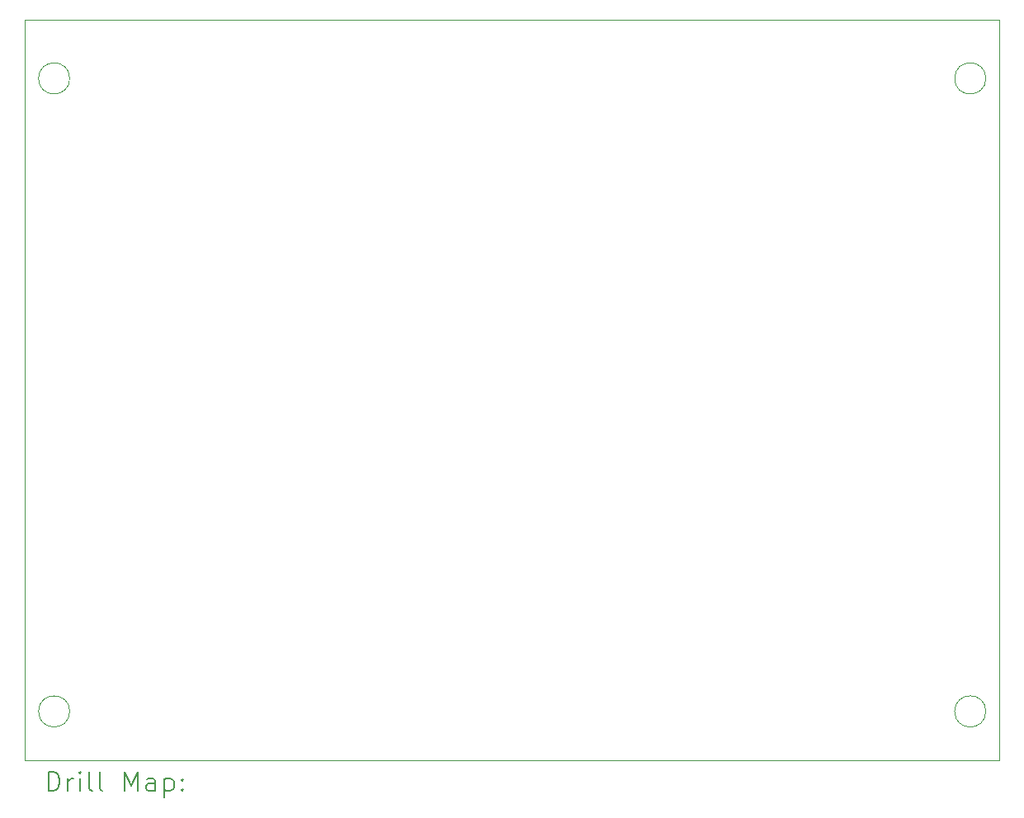
<source format=gbr>
%TF.GenerationSoftware,KiCad,Pcbnew,7.0.1-3b83917a11~171~ubuntu20.04.1*%
%TF.CreationDate,2023-05-08T06:48:48+09:00*%
%TF.ProjectId,pcb,7063622e-6b69-4636-9164-5f7063625858,rev?*%
%TF.SameCoordinates,Original*%
%TF.FileFunction,Drillmap*%
%TF.FilePolarity,Positive*%
%FSLAX45Y45*%
G04 Gerber Fmt 4.5, Leading zero omitted, Abs format (unit mm)*
G04 Created by KiCad (PCBNEW 7.0.1-3b83917a11~171~ubuntu20.04.1) date 2023-05-08 06:48:48*
%MOMM*%
%LPD*%
G01*
G04 APERTURE LIST*
%ADD10C,0.100000*%
%ADD11C,0.200000*%
G04 APERTURE END LIST*
D10*
X2460000Y-2600000D02*
G75*
G03*
X2460000Y-2600000I-160000J0D01*
G01*
X2460000Y-9100000D02*
G75*
G03*
X2460000Y-9100000I-160000J0D01*
G01*
X11860000Y-2600000D02*
G75*
G03*
X11860000Y-2600000I-160000J0D01*
G01*
X2000000Y-2000000D02*
X12000000Y-2000000D01*
X12000000Y-9600000D01*
X2000000Y-9600000D01*
X2000000Y-2000000D01*
X11860000Y-9100000D02*
G75*
G03*
X11860000Y-9100000I-160000J0D01*
G01*
D11*
X2242619Y-9917524D02*
X2242619Y-9717524D01*
X2242619Y-9717524D02*
X2290238Y-9717524D01*
X2290238Y-9717524D02*
X2318810Y-9727048D01*
X2318810Y-9727048D02*
X2337857Y-9746095D01*
X2337857Y-9746095D02*
X2347381Y-9765143D01*
X2347381Y-9765143D02*
X2356905Y-9803238D01*
X2356905Y-9803238D02*
X2356905Y-9831810D01*
X2356905Y-9831810D02*
X2347381Y-9869905D01*
X2347381Y-9869905D02*
X2337857Y-9888952D01*
X2337857Y-9888952D02*
X2318810Y-9908000D01*
X2318810Y-9908000D02*
X2290238Y-9917524D01*
X2290238Y-9917524D02*
X2242619Y-9917524D01*
X2442619Y-9917524D02*
X2442619Y-9784190D01*
X2442619Y-9822286D02*
X2452143Y-9803238D01*
X2452143Y-9803238D02*
X2461667Y-9793714D01*
X2461667Y-9793714D02*
X2480714Y-9784190D01*
X2480714Y-9784190D02*
X2499762Y-9784190D01*
X2566429Y-9917524D02*
X2566429Y-9784190D01*
X2566429Y-9717524D02*
X2556905Y-9727048D01*
X2556905Y-9727048D02*
X2566429Y-9736571D01*
X2566429Y-9736571D02*
X2575952Y-9727048D01*
X2575952Y-9727048D02*
X2566429Y-9717524D01*
X2566429Y-9717524D02*
X2566429Y-9736571D01*
X2690238Y-9917524D02*
X2671190Y-9908000D01*
X2671190Y-9908000D02*
X2661667Y-9888952D01*
X2661667Y-9888952D02*
X2661667Y-9717524D01*
X2795000Y-9917524D02*
X2775952Y-9908000D01*
X2775952Y-9908000D02*
X2766429Y-9888952D01*
X2766429Y-9888952D02*
X2766429Y-9717524D01*
X3023571Y-9917524D02*
X3023571Y-9717524D01*
X3023571Y-9717524D02*
X3090238Y-9860381D01*
X3090238Y-9860381D02*
X3156905Y-9717524D01*
X3156905Y-9717524D02*
X3156905Y-9917524D01*
X3337857Y-9917524D02*
X3337857Y-9812762D01*
X3337857Y-9812762D02*
X3328333Y-9793714D01*
X3328333Y-9793714D02*
X3309286Y-9784190D01*
X3309286Y-9784190D02*
X3271190Y-9784190D01*
X3271190Y-9784190D02*
X3252143Y-9793714D01*
X3337857Y-9908000D02*
X3318809Y-9917524D01*
X3318809Y-9917524D02*
X3271190Y-9917524D01*
X3271190Y-9917524D02*
X3252143Y-9908000D01*
X3252143Y-9908000D02*
X3242619Y-9888952D01*
X3242619Y-9888952D02*
X3242619Y-9869905D01*
X3242619Y-9869905D02*
X3252143Y-9850857D01*
X3252143Y-9850857D02*
X3271190Y-9841333D01*
X3271190Y-9841333D02*
X3318809Y-9841333D01*
X3318809Y-9841333D02*
X3337857Y-9831810D01*
X3433095Y-9784190D02*
X3433095Y-9984190D01*
X3433095Y-9793714D02*
X3452143Y-9784190D01*
X3452143Y-9784190D02*
X3490238Y-9784190D01*
X3490238Y-9784190D02*
X3509286Y-9793714D01*
X3509286Y-9793714D02*
X3518809Y-9803238D01*
X3518809Y-9803238D02*
X3528333Y-9822286D01*
X3528333Y-9822286D02*
X3528333Y-9879429D01*
X3528333Y-9879429D02*
X3518809Y-9898476D01*
X3518809Y-9898476D02*
X3509286Y-9908000D01*
X3509286Y-9908000D02*
X3490238Y-9917524D01*
X3490238Y-9917524D02*
X3452143Y-9917524D01*
X3452143Y-9917524D02*
X3433095Y-9908000D01*
X3614048Y-9898476D02*
X3623571Y-9908000D01*
X3623571Y-9908000D02*
X3614048Y-9917524D01*
X3614048Y-9917524D02*
X3604524Y-9908000D01*
X3604524Y-9908000D02*
X3614048Y-9898476D01*
X3614048Y-9898476D02*
X3614048Y-9917524D01*
X3614048Y-9793714D02*
X3623571Y-9803238D01*
X3623571Y-9803238D02*
X3614048Y-9812762D01*
X3614048Y-9812762D02*
X3604524Y-9803238D01*
X3604524Y-9803238D02*
X3614048Y-9793714D01*
X3614048Y-9793714D02*
X3614048Y-9812762D01*
M02*

</source>
